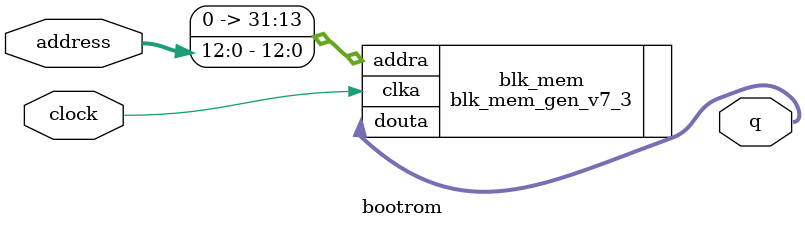
<source format=v>
module bootrom(/*autoport*/
//output
         q,
//input
         address,
         clock);

input wire   [12:0]  address;
input wire    clock;
output wire [31:0]  q;

blk_mem_gen_v7_3 blk_mem(/*autoinst*/
           .douta(q),
           .clka(clock),
           .addra({19'b0, address}));
           
endmodule

</source>
